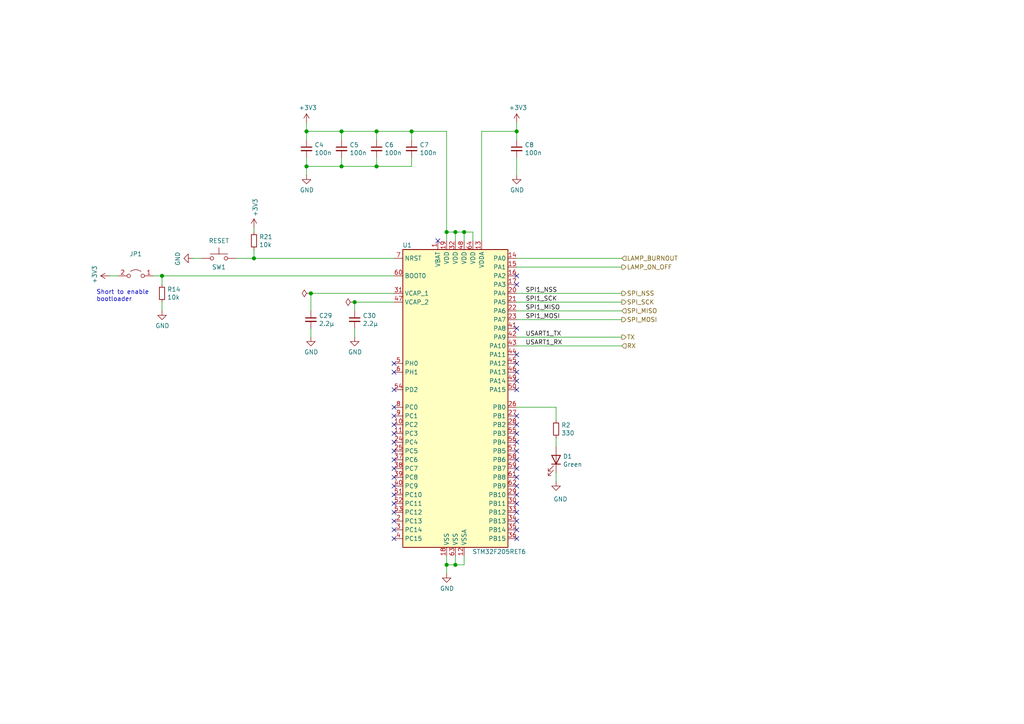
<source format=kicad_sch>
(kicad_sch (version 20201015) (generator eeschema)
  (page 1 3)
  (paper "A4")
  (title_block (title "hayashi-light-remote") (date "2020-12-10") (rev "1.0") (company "Ledger") (comment 1 "Licensed under LGPLv3"))
  (lib_symbols
    (symbol "Device:C_Small" (pin_numbers hide) (pin_names (offset 0.254) hide)
      (property "Reference" "C" (at 0.254 1.778 0))
      (property "Value" "C_Small" (at 0.254 -2.032 0))
      (symbol "C_Small_0_1"
        (polyline (pts (xy -1.524 -0.508) (xy 1.524 -0.508)) (stroke (width 0.3302)))
        (polyline (pts (xy -1.524 0.508) (xy 1.524 0.508)) (stroke (width 0.3048)))
      )
      (symbol "C_Small_1_1"
        (pin passive line (at 0 2.54 270) (length 2.032) (name "~") (number "1"))
        (pin passive line (at 0 -2.54 90) (length 2.032) (name "~") (number "2"))
      )
    )
    (symbol "Device:LED" (pin_numbers hide) (pin_names (offset 1.016) hide)
      (property "Reference" "D" (at 0 2.54 0))
      (property "Value" "LED" (at 0 -2.54 0))
      (symbol "LED_0_1"
        (polyline (pts (xy -1.27 -1.27) (xy -1.27 1.27)) (stroke (width 0.254)))
        (polyline (pts (xy -1.27 0) (xy 1.27 0)))
        (polyline (pts (xy 1.27 -1.27) (xy 1.27 1.27) (xy -1.27 0) (xy 1.27 -1.27)) (stroke (width 0.254)))
        (polyline (pts (xy -3.048 -0.762) (xy -4.572 -2.286) (xy -3.81 -2.286) (xy -4.572 -2.286) (xy -4.572 -1.524)))
        (polyline (pts (xy -1.778 -0.762) (xy -3.302 -2.286) (xy -2.54 -2.286) (xy -3.302 -2.286) (xy -3.302 -1.524)))
      )
      (symbol "LED_1_1"
        (pin passive line (at -3.81 0 0) (length 2.54) (name "K") (number "1"))
        (pin passive line (at 3.81 0 180) (length 2.54) (name "A") (number "2"))
      )
    )
    (symbol "Device:R_Small" (pin_numbers hide) (pin_names (offset 0.254) hide)
      (property "Reference" "R" (at 0.762 0.508 0))
      (property "Value" "R_Small" (at 0.762 -1.016 0))
      (symbol "R_Small_0_1"
        (rectangle (start -0.762 1.778) (end 0.762 -1.778) (stroke (width 0.2032)))
      )
      (symbol "R_Small_1_1"
        (pin passive line (at 0 2.54 270) (length 0.762) (name "~") (number "1"))
        (pin passive line (at 0 -2.54 90) (length 0.762) (name "~") (number "2"))
      )
    )
    (symbol "Jumper:Jumper_2_Open" (pin_names (offset 0) hide)
      (property "Reference" "JP" (at 0 2.794 0))
      (property "Value" "Jumper_2_Open" (at 0 -2.286 0))
      (symbol "Jumper_2_Open_0_1"
        (arc (start -1.524 1.27) (end 1.524 1.27) (radius (at 0 -0.762) (length 2.54) (angles 126.9 53.1)))
      )
      (symbol "Jumper_2_Open_0_0"
        (circle (center -2.032 0) (radius 0.508))
        (circle (center 2.032 0) (radius 0.508))
      )
      (symbol "Jumper_2_Open_1_1"
        (pin passive line (at -5.08 0 0) (length 2.54) (name "A") (number "1"))
        (pin passive line (at 5.08 0 180) (length 2.54) (name "B") (number "2"))
      )
    )
    (symbol "MCU_ST_STM32F2:STM32F205RETx"
      (property "Reference" "U" (at -15.24 44.45 0))
      (property "Value" "STM32F205RETx" (at 10.16 44.45 0))
      (symbol "STM32F205RETx_0_1"
        (rectangle (start -15.24 -43.18) (end 15.24 43.18) (stroke (width 0.254)) (fill (type background)))
      )
      (symbol "STM32F205RETx_1_1"
        (pin input line (at -17.78 35.56 0) (length 2.54) (name "BOOT0") (number "60"))
        (pin input line (at -17.78 40.64 0) (length 2.54) (name "NRST") (number "7"))
        (pin bidirectional line (at 17.78 40.64 180) (length 2.54) (name "PA0") (number "14"))
        (pin bidirectional line (at 17.78 38.1 180) (length 2.54) (name "PA1") (number "15"))
        (pin bidirectional line (at 17.78 15.24 180) (length 2.54) (name "PA10") (number "43"))
        (pin bidirectional line (at 17.78 12.7 180) (length 2.54) (name "PA11") (number "44"))
        (pin bidirectional line (at 17.78 10.16 180) (length 2.54) (name "PA12") (number "45"))
        (pin bidirectional line (at 17.78 7.62 180) (length 2.54) (name "PA13") (number "46"))
        (pin bidirectional line (at 17.78 5.08 180) (length 2.54) (name "PA14") (number "49"))
        (pin bidirectional line (at 17.78 2.54 180) (length 2.54) (name "PA15") (number "50"))
        (pin bidirectional line (at 17.78 35.56 180) (length 2.54) (name "PA2") (number "16"))
        (pin bidirectional line (at 17.78 33.02 180) (length 2.54) (name "PA3") (number "17"))
        (pin bidirectional line (at 17.78 30.48 180) (length 2.54) (name "PA4") (number "20"))
        (pin bidirectional line (at 17.78 27.94 180) (length 2.54) (name "PA5") (number "21"))
        (pin bidirectional line (at 17.78 25.4 180) (length 2.54) (name "PA6") (number "22"))
        (pin bidirectional line (at 17.78 22.86 180) (length 2.54) (name "PA7") (number "23"))
        (pin bidirectional line (at 17.78 20.32 180) (length 2.54) (name "PA8") (number "41"))
        (pin bidirectional line (at 17.78 17.78 180) (length 2.54) (name "PA9") (number "42"))
        (pin bidirectional line (at 17.78 -2.54 180) (length 2.54) (name "PB0") (number "26"))
        (pin bidirectional line (at 17.78 -5.08 180) (length 2.54) (name "PB1") (number "27"))
        (pin bidirectional line (at 17.78 -27.94 180) (length 2.54) (name "PB10") (number "29"))
        (pin bidirectional line (at 17.78 -30.48 180) (length 2.54) (name "PB11") (number "30"))
        (pin bidirectional line (at 17.78 -33.02 180) (length 2.54) (name "PB12") (number "33"))
        (pin bidirectional line (at 17.78 -35.56 180) (length 2.54) (name "PB13") (number "34"))
        (pin bidirectional line (at 17.78 -38.1 180) (length 2.54) (name "PB14") (number "35"))
        (pin bidirectional line (at 17.78 -40.64 180) (length 2.54) (name "PB15") (number "36"))
        (pin bidirectional line (at 17.78 -7.62 180) (length 2.54) (name "PB2") (number "28"))
        (pin bidirectional line (at 17.78 -10.16 180) (length 2.54) (name "PB3") (number "55"))
        (pin bidirectional line (at 17.78 -12.7 180) (length 2.54) (name "PB4") (number "56"))
        (pin bidirectional line (at 17.78 -15.24 180) (length 2.54) (name "PB5") (number "57"))
        (pin bidirectional line (at 17.78 -17.78 180) (length 2.54) (name "PB6") (number "58"))
        (pin bidirectional line (at 17.78 -20.32 180) (length 2.54) (name "PB7") (number "59"))
        (pin bidirectional line (at 17.78 -22.86 180) (length 2.54) (name "PB8") (number "61"))
        (pin bidirectional line (at 17.78 -25.4 180) (length 2.54) (name "PB9") (number "62"))
        (pin bidirectional line (at -17.78 -2.54 0) (length 2.54) (name "PC0") (number "8"))
        (pin bidirectional line (at -17.78 -5.08 0) (length 2.54) (name "PC1") (number "9"))
        (pin bidirectional line (at -17.78 -27.94 0) (length 2.54) (name "PC10") (number "51"))
        (pin bidirectional line (at -17.78 -30.48 0) (length 2.54) (name "PC11") (number "52"))
        (pin bidirectional line (at -17.78 -33.02 0) (length 2.54) (name "PC12") (number "53"))
        (pin bidirectional line (at -17.78 -35.56 0) (length 2.54) (name "PC13") (number "2"))
        (pin bidirectional line (at -17.78 -38.1 0) (length 2.54) (name "PC14") (number "3"))
        (pin bidirectional line (at -17.78 -40.64 0) (length 2.54) (name "PC15") (number "4"))
        (pin bidirectional line (at -17.78 -7.62 0) (length 2.54) (name "PC2") (number "10"))
        (pin bidirectional line (at -17.78 -10.16 0) (length 2.54) (name "PC3") (number "11"))
        (pin bidirectional line (at -17.78 -12.7 0) (length 2.54) (name "PC4") (number "24"))
        (pin bidirectional line (at -17.78 -15.24 0) (length 2.54) (name "PC5") (number "25"))
        (pin bidirectional line (at -17.78 -17.78 0) (length 2.54) (name "PC6") (number "37"))
        (pin bidirectional line (at -17.78 -20.32 0) (length 2.54) (name "PC7") (number "38"))
        (pin bidirectional line (at -17.78 -22.86 0) (length 2.54) (name "PC8") (number "39"))
        (pin bidirectional line (at -17.78 -25.4 0) (length 2.54) (name "PC9") (number "40"))
        (pin bidirectional line (at -17.78 2.54 0) (length 2.54) (name "PD2") (number "54"))
        (pin input line (at -17.78 10.16 0) (length 2.54) (name "PH0") (number "5"))
        (pin input line (at -17.78 7.62 0) (length 2.54) (name "PH1") (number "6"))
        (pin power_in line (at -5.08 45.72 270) (length 2.54) (name "VBAT") (number "1"))
        (pin power_in line (at -17.78 30.48 0) (length 2.54) (name "VCAP_1") (number "31"))
        (pin power_in line (at -17.78 27.94 0) (length 2.54) (name "VCAP_2") (number "47"))
        (pin power_in line (at -2.54 45.72 270) (length 2.54) (name "VDD") (number "19"))
        (pin power_in line (at 0 45.72 270) (length 2.54) (name "VDD") (number "32"))
        (pin power_in line (at 2.54 45.72 270) (length 2.54) (name "VDD") (number "48"))
        (pin power_in line (at 5.08 45.72 270) (length 2.54) (name "VDD") (number "64"))
        (pin power_in line (at 7.62 45.72 270) (length 2.54) (name "VDDA") (number "13"))
        (pin power_in line (at -2.54 -45.72 90) (length 2.54) (name "VSS") (number "18"))
        (pin power_in line (at 0 -45.72 90) (length 2.54) (name "VSS") (number "63"))
        (pin power_in line (at 2.54 -45.72 90) (length 2.54) (name "VSSA") (number "12"))
      )
    )
    (symbol "Switch:SW_Push" (pin_numbers hide) (pin_names (offset 1.016) hide)
      (property "Reference" "SW" (at 1.27 2.54 0))
      (property "Value" "SW_Push" (at 0 -1.524 0))
      (symbol "SW_Push_0_1"
        (circle (center -2.032 0) (radius 0.508))
        (circle (center 2.032 0) (radius 0.508))
        (polyline (pts (xy 0 1.27) (xy 0 3.048)))
        (polyline (pts (xy 2.54 1.27) (xy -2.54 1.27)))
        (pin passive line (at -5.08 0 0) (length 2.54) (name "1") (number "1"))
        (pin passive line (at 5.08 0 180) (length 2.54) (name "2") (number "2"))
      )
    )
    (symbol "power:+3V3" (power) (pin_names (offset 0))
      (property "Value" "+3V3" (at 0 3.556 0))
      (symbol "+3V3_0_1"
        (polyline (pts (xy -0.762 1.27) (xy 0 2.54)))
        (polyline (pts (xy 0 0) (xy 0 2.54)))
        (polyline (pts (xy 0 2.54) (xy 0.762 1.27)))
      )
      (symbol "+3V3_1_1"
        (pin power_in line (at 0 0 90) (length 0) hide (name "+3V3") (number "1"))
      )
    )
    (symbol "power:GND" (power) (pin_names (offset 0))
      (property "Value" "GND" (at 0 -3.81 0))
      (symbol "GND_0_1"
        (polyline (pts (xy 0 0) (xy 0 -1.27) (xy 1.27 -1.27) (xy 0 -2.54) (xy -1.27 -1.27) (xy 0 -1.27)))
      )
      (symbol "GND_1_1"
        (pin power_in line (at 0 0 270) (length 0) hide (name "GND") (number "1"))
      )
    )
    (symbol "power:PWR_FLAG" (power) (pin_numbers hide) (pin_names (offset 0) hide)
      (property "Value" "PWR_FLAG" (at 0 3.81 0))
      (symbol "PWR_FLAG_0_1"
        (polyline (pts (xy 0 0) (xy 0 1.27) (xy -1.016 1.905) (xy 0 2.54) (xy 1.016 1.905) (xy 0 1.27)))
      )
      (symbol "PWR_FLAG_0_0"
        (pin power_out line (at 0 0 90) (length 0) (name "pwr") (number "1"))
      )
    )
  )
  (junction (at 46.99 80.01) (diameter 1.016))
  (junction (at 73.66 74.93) (diameter 1.016))
  (junction (at 88.9 38.1) (diameter 1.016))
  (junction (at 88.9 48.26) (diameter 1.016))
  (junction (at 90.17 85.09) (diameter 1.016))
  (junction (at 99.06 38.1) (diameter 1.016))
  (junction (at 99.06 48.26) (diameter 1.016))
  (junction (at 102.87 87.63) (diameter 1.016))
  (junction (at 109.22 38.1) (diameter 1.016))
  (junction (at 109.22 48.26) (diameter 1.016))
  (junction (at 119.38 38.1) (diameter 1.016))
  (junction (at 129.54 67.31) (diameter 1.016))
  (junction (at 129.54 163.83) (diameter 1.016))
  (junction (at 132.08 67.31) (diameter 1.016))
  (junction (at 132.08 163.83) (diameter 1.016))
  (junction (at 134.62 67.31) (diameter 1.016))
  (junction (at 149.86 38.1) (diameter 1.016))
  (no_connect (at 114.3 146.05))
  (no_connect (at 149.86 125.73))
  (no_connect (at 149.86 113.03))
  (no_connect (at 149.86 102.87))
  (no_connect (at 149.86 140.97))
  (no_connect (at 114.3 107.95))
  (no_connect (at 149.86 105.41))
  (no_connect (at 114.3 138.43))
  (no_connect (at 149.86 156.21))
  (no_connect (at 149.86 95.25))
  (no_connect (at 149.86 151.13))
  (no_connect (at 114.3 130.81))
  (no_connect (at 114.3 105.41))
  (no_connect (at 149.86 153.67))
  (no_connect (at 114.3 151.13))
  (no_connect (at 149.86 82.55))
  (no_connect (at 114.3 133.35))
  (no_connect (at 114.3 148.59))
  (no_connect (at 149.86 123.19))
  (no_connect (at 114.3 128.27))
  (no_connect (at 149.86 138.43))
  (no_connect (at 114.3 120.65))
  (no_connect (at 114.3 153.67))
  (no_connect (at 149.86 143.51))
  (no_connect (at 114.3 123.19))
  (no_connect (at 114.3 118.11))
  (no_connect (at 149.86 128.27))
  (no_connect (at 114.3 135.89))
  (no_connect (at 149.86 130.81))
  (no_connect (at 114.3 156.21))
  (no_connect (at 149.86 110.49))
  (no_connect (at 149.86 135.89))
  (no_connect (at 149.86 148.59))
  (no_connect (at 114.3 113.03))
  (no_connect (at 114.3 125.73))
  (no_connect (at 149.86 133.35))
  (no_connect (at 114.3 143.51))
  (no_connect (at 127 69.85))
  (no_connect (at 114.3 140.97))
  (no_connect (at 149.86 107.95))
  (no_connect (at 149.86 80.01))
  (no_connect (at 149.86 120.65))
  (no_connect (at 149.86 146.05))
  (wire (pts (xy 31.75 80.01) (xy 34.29 80.01)))
  (wire (pts (xy 44.45 80.01) (xy 46.99 80.01)))
  (wire (pts (xy 46.99 80.01) (xy 46.99 82.55)))
  (wire (pts (xy 46.99 80.01) (xy 114.3 80.01)))
  (wire (pts (xy 46.99 87.63) (xy 46.99 90.17)))
  (wire (pts (xy 55.88 74.93) (xy 58.42 74.93)))
  (wire (pts (xy 68.58 74.93) (xy 73.66 74.93)))
  (wire (pts (xy 73.66 66.04) (xy 73.66 67.31)))
  (wire (pts (xy 73.66 72.39) (xy 73.66 74.93)))
  (wire (pts (xy 73.66 74.93) (xy 114.3 74.93)))
  (wire (pts (xy 88.9 35.56) (xy 88.9 38.1)))
  (wire (pts (xy 88.9 38.1) (xy 88.9 40.64)))
  (wire (pts (xy 88.9 38.1) (xy 99.06 38.1)))
  (wire (pts (xy 88.9 45.72) (xy 88.9 48.26)))
  (wire (pts (xy 88.9 48.26) (xy 88.9 50.8)))
  (wire (pts (xy 88.9 48.26) (xy 99.06 48.26)))
  (wire (pts (xy 90.17 85.09) (xy 90.17 90.17)))
  (wire (pts (xy 90.17 95.25) (xy 90.17 97.79)))
  (wire (pts (xy 99.06 38.1) (xy 99.06 40.64)))
  (wire (pts (xy 99.06 38.1) (xy 109.22 38.1)))
  (wire (pts (xy 99.06 45.72) (xy 99.06 48.26)))
  (wire (pts (xy 99.06 48.26) (xy 109.22 48.26)))
  (wire (pts (xy 102.87 87.63) (xy 102.87 90.17)))
  (wire (pts (xy 102.87 95.25) (xy 102.87 97.79)))
  (wire (pts (xy 109.22 38.1) (xy 109.22 40.64)))
  (wire (pts (xy 109.22 38.1) (xy 119.38 38.1)))
  (wire (pts (xy 109.22 45.72) (xy 109.22 48.26)))
  (wire (pts (xy 109.22 48.26) (xy 119.38 48.26)))
  (wire (pts (xy 114.3 85.09) (xy 90.17 85.09)))
  (wire (pts (xy 114.3 87.63) (xy 102.87 87.63)))
  (wire (pts (xy 119.38 38.1) (xy 119.38 40.64)))
  (wire (pts (xy 119.38 48.26) (xy 119.38 45.72)))
  (wire (pts (xy 129.54 38.1) (xy 119.38 38.1)))
  (wire (pts (xy 129.54 67.31) (xy 129.54 38.1)))
  (wire (pts (xy 129.54 67.31) (xy 129.54 69.85)))
  (wire (pts (xy 129.54 161.29) (xy 129.54 163.83)))
  (wire (pts (xy 129.54 163.83) (xy 129.54 166.37)))
  (wire (pts (xy 132.08 67.31) (xy 129.54 67.31)))
  (wire (pts (xy 132.08 67.31) (xy 132.08 69.85)))
  (wire (pts (xy 132.08 161.29) (xy 132.08 163.83)))
  (wire (pts (xy 132.08 163.83) (xy 129.54 163.83)))
  (wire (pts (xy 134.62 67.31) (xy 132.08 67.31)))
  (wire (pts (xy 134.62 67.31) (xy 134.62 69.85)))
  (wire (pts (xy 134.62 161.29) (xy 134.62 163.83)))
  (wire (pts (xy 134.62 163.83) (xy 132.08 163.83)))
  (wire (pts (xy 137.16 67.31) (xy 134.62 67.31)))
  (wire (pts (xy 137.16 67.31) (xy 137.16 69.85)))
  (wire (pts (xy 139.7 38.1) (xy 139.7 69.85)))
  (wire (pts (xy 149.86 35.56) (xy 149.86 38.1)))
  (wire (pts (xy 149.86 38.1) (xy 139.7 38.1)))
  (wire (pts (xy 149.86 38.1) (xy 149.86 40.64)))
  (wire (pts (xy 149.86 45.72) (xy 149.86 50.8)))
  (wire (pts (xy 149.86 74.93) (xy 180.34 74.93)))
  (wire (pts (xy 149.86 77.47) (xy 180.34 77.47)))
  (wire (pts (xy 149.86 85.09) (xy 180.34 85.09)))
  (wire (pts (xy 149.86 87.63) (xy 180.34 87.63)))
  (wire (pts (xy 149.86 90.17) (xy 180.34 90.17)))
  (wire (pts (xy 149.86 92.71) (xy 180.34 92.71)))
  (wire (pts (xy 149.86 97.79) (xy 180.34 97.79)))
  (wire (pts (xy 149.86 100.33) (xy 180.34 100.33)))
  (wire (pts (xy 149.86 118.11) (xy 161.29 118.11)))
  (wire (pts (xy 161.29 118.11) (xy 161.29 121.92)))
  (wire (pts (xy 161.29 127) (xy 161.29 129.54)))
  (wire (pts (xy 161.29 137.16) (xy 161.29 139.7)))
  (text "Short to enable\nbootloader" (at 27.94 87.63 0) (effects (font (size 1.27 1.27)) (justify left bottom)))
  (label "SPI1_NSS" (at 152.4 85.09 0))
  (label "SPI1_SCK" (at 152.4 87.63 0))
  (label "SPI1_MISO" (at 152.4 90.17 0))
  (label "SPI1_MOSI" (at 152.4 92.71 0))
  (label "USART1_TX" (at 152.4 97.79 0))
  (label "USART1_RX" (at 152.4 100.33 0))
  (hierarchical_label "LAMP_BURNOUT" (shape input) (at 180.34 74.93 0))
  (hierarchical_label "LAMP_ON_OFF" (shape output) (at 180.34 77.47 0))
  (hierarchical_label "SPI_NSS" (shape output) (at 180.34 85.09 0))
  (hierarchical_label "SPI_SCK" (shape output) (at 180.34 87.63 0))
  (hierarchical_label "SPI_MISO" (shape input) (at 180.34 90.17 0))
  (hierarchical_label "SPI_MOSI" (shape output) (at 180.34 92.71 0))
  (hierarchical_label "TX" (shape output) (at 180.34 97.79 0))
  (hierarchical_label "RX" (shape input) (at 180.34 100.33 0))
  (symbol (lib_id "power:PWR_FLAG") (at 90.17 85.09 90) (unit 1)
    (property "Reference" "#FLG0102" (effects hide))
    (property "Value" "PWR_FLAG" (effects hide))
  )
  (symbol (lib_id "power:PWR_FLAG") (at 102.87 87.63 90) (unit 1)
    (property "Reference" "#FLG0103" (effects hide))
    (property "Value" "PWR_FLAG" (effects hide))
  )
  (symbol (lib_id "power:+3V3") (at 31.75 80.01 90) (unit 1)
    (property "Reference" "#PWR0139" (effects hide))
    (property "Value" "+3V3" (at 27.4256 79.6417 0))
  )
  (symbol (lib_id "power:+3V3") (at 73.66 66.04 0) (unit 1)
    (property "Reference" "#PWR0140" (effects hide))
    (property "Value" "+3V3" (at 74.0283 62.8649 90) (effects (justify left)))
  )
  (symbol (lib_id "power:+3V3") (at 88.9 35.56 0) (unit 1)
    (property "Reference" "#PWR0102" (effects hide))
    (property "Value" "+3V3" (at 89.2683 31.2356 0))
  )
  (symbol (lib_id "power:+3V3") (at 149.86 35.56 0) (unit 1)
    (property "Reference" "#PWR0105" (effects hide))
    (property "Value" "+3V3" (at 150.2283 31.2356 0))
  )
  (symbol (lib_id "power:GND") (at 46.99 90.17 0) (unit 1)
    (property "Reference" "#PWR0142" (effects hide))
    (property "Value" "GND" (at 47.1043 94.4944 0))
  )
  (symbol (lib_id "power:GND") (at 55.88 74.93 270) (unit 1)
    (property "Reference" "#PWR0141" (effects hide))
    (property "Value" "GND" (at 51.5556 75.0443 0))
  )
  (symbol (lib_id "power:GND") (at 88.9 50.8 0) (unit 1)
    (property "Reference" "#PWR0101" (effects hide))
    (property "Value" "GND" (at 89.0143 55.1244 0))
  )
  (symbol (lib_id "power:GND") (at 90.17 97.79 0) (unit 1)
    (property "Reference" "#PWR0143" (effects hide))
    (property "Value" "GND" (at 90.2843 102.1144 0))
  )
  (symbol (lib_id "power:GND") (at 102.87 97.79 0) (unit 1)
    (property "Reference" "#PWR0144" (effects hide))
    (property "Value" "GND" (at 102.9843 102.1144 0))
  )
  (symbol (lib_id "power:GND") (at 129.54 166.37 0) (unit 1)
    (property "Reference" "#PWR0145" (effects hide))
    (property "Value" "GND" (at 129.6543 170.6944 0))
  )
  (symbol (lib_id "power:GND") (at 149.86 50.8 0) (unit 1)
    (property "Reference" "#PWR0104" (effects hide))
    (property "Value" "GND" (at 149.9743 55.1244 0))
  )
  (symbol (lib_id "power:GND") (at 161.29 139.7 0) (unit 1)
    (property "Reference" "#PWR0106" (effects hide))
    (property "Value" "GND" (at 162.56 144.78 0))
  )
  (symbol (lib_id "Device:R_Small") (at 46.99 85.09 0) (unit 1)
    (property "Reference" "R14" (at 48.4887 83.9406 0) (effects (justify left)))
    (property "Value" "10k" (at 48.4887 86.2393 0) (effects (justify left)))
    (property "Footprint" "Resistor_SMD:R_0603_1608Metric" (effects hide))
    (property "Manufacturer" "TE Connectivity" (effects hide))
    (property "ManufacturerRef" "CRGH0603J10K" (effects hide))
    (property "Price" "0.0446" (effects hide))
    (property "Vendor" "Farnell" (effects hide))
    (property "VendorRef" "2331740" (effects hide))
  )
  (symbol (lib_id "Device:R_Small") (at 73.66 69.85 0) (unit 1)
    (property "Reference" "R21" (at 75.1587 68.7006 0) (effects (justify left)))
    (property "Value" "10k" (at 75.1587 70.9993 0) (effects (justify left)))
    (property "Footprint" "Resistor_SMD:R_0603_1608Metric" (effects hide))
    (property "Manufacturer" "TE Connectivity" (effects hide))
    (property "ManufacturerRef" "CRGH0603J10K" (effects hide))
    (property "Price" "0.0446" (effects hide))
    (property "Vendor" "Farnell" (effects hide))
    (property "VendorRef" "2331740" (effects hide))
  )
  (symbol (lib_id "Device:R_Small") (at 161.29 124.46 0) (unit 1)
    (property "Reference" "R2" (at 162.7887 123.3106 0) (effects (justify left)))
    (property "Value" "330" (at 162.7887 125.6093 0) (effects (justify left)))
    (property "Footprint" "Resistor_SMD:R_0603_1608Metric" (effects hide))
    (property "Manufacturer" "Vishay" (effects hide))
    (property "ManufacturerRef" "CRCW0603330RFKEA" (effects hide))
    (property "Price" "0.0407" (effects hide))
    (property "Vendor" "Farnell" (effects hide))
    (property "VendorRef" "1469803" (effects hide))
  )
  (symbol (lib_id "Device:C_Small") (at 88.9 43.18 0) (unit 1)
    (property "Reference" "C4" (at 91.2242 42.0306 0) (effects (justify left)))
    (property "Value" "100n" (at 91.2242 44.3293 0) (effects (justify left)))
    (property "Footprint" "Capacitor_SMD:C_0603_1608Metric" (effects hide))
    (property "Manufacturer" "Multicomp" (effects hide))
    (property "ManufacturerRef" "MC0603B104K250CT" (effects hide))
    (property "Price" "0.0273" (effects hide))
    (property "Vendor" "Farnell" (effects hide))
    (property "VendorRef" "1759037" (effects hide))
  )
  (symbol (lib_id "Device:C_Small") (at 90.17 92.71 0) (unit 1)
    (property "Reference" "C29" (at 92.4942 91.5606 0) (effects (justify left)))
    (property "Value" "2.2µ" (at 92.4942 93.8593 0) (effects (justify left)))
    (property "Footprint" "Capacitor_SMD:C_0603_1608Metric" (effects hide))
    (property "Manufacturer" "Murata" (effects hide))
    (property "ManufacturerRef" "GRM188R61E225KA12D" (effects hide))
    (property "Price" "0.104" (effects hide))
    (property "Vendor" "Farnell" (effects hide))
    (property "VendorRef" "1845734" (effects hide))
  )
  (symbol (lib_id "Device:C_Small") (at 99.06 43.18 0) (unit 1)
    (property "Reference" "C5" (at 101.3842 42.0306 0) (effects (justify left)))
    (property "Value" "100n" (at 101.3842 44.3293 0) (effects (justify left)))
    (property "Footprint" "Capacitor_SMD:C_0603_1608Metric" (effects hide))
    (property "Manufacturer" "Multicomp" (effects hide))
    (property "ManufacturerRef" "MC0603B104K250CT" (effects hide))
    (property "Price" "0.0273" (effects hide))
    (property "Vendor" "Farnell" (effects hide))
    (property "VendorRef" "1759037" (effects hide))
  )
  (symbol (lib_id "Device:C_Small") (at 102.87 92.71 0) (unit 1)
    (property "Reference" "C30" (at 105.1942 91.5606 0) (effects (justify left)))
    (property "Value" "2.2µ" (at 105.1942 93.8593 0) (effects (justify left)))
    (property "Footprint" "Capacitor_SMD:C_0603_1608Metric" (effects hide))
    (property "Manufacturer" "Murata" (effects hide))
    (property "ManufacturerRef" "GRM188R61E225KA12D" (effects hide))
    (property "Price" "0.104" (effects hide))
    (property "Vendor" "Farnell" (effects hide))
    (property "VendorRef" "1845734" (effects hide))
  )
  (symbol (lib_id "Device:C_Small") (at 109.22 43.18 0) (unit 1)
    (property "Reference" "C6" (at 111.5442 42.0306 0) (effects (justify left)))
    (property "Value" "100n" (at 111.5442 44.3293 0) (effects (justify left)))
    (property "Footprint" "Capacitor_SMD:C_0603_1608Metric" (effects hide))
    (property "Manufacturer" "Multicomp" (effects hide))
    (property "ManufacturerRef" "MC0603B104K250CT" (effects hide))
    (property "Price" "0.0273" (effects hide))
    (property "Vendor" "Farnell" (effects hide))
    (property "VendorRef" "1759037" (effects hide))
  )
  (symbol (lib_id "Device:C_Small") (at 119.38 43.18 0) (unit 1)
    (property "Reference" "C7" (at 121.7042 42.0306 0) (effects (justify left)))
    (property "Value" "100n" (at 121.7042 44.3293 0) (effects (justify left)))
    (property "Footprint" "Capacitor_SMD:C_0603_1608Metric" (effects hide))
    (property "Manufacturer" "Multicomp" (effects hide))
    (property "ManufacturerRef" "MC0603B104K250CT" (effects hide))
    (property "Price" "0.0273" (effects hide))
    (property "Vendor" "Farnell" (effects hide))
    (property "VendorRef" "1759037" (effects hide))
  )
  (symbol (lib_id "Device:C_Small") (at 149.86 43.18 0) (unit 1)
    (property "Reference" "C8" (at 152.1842 42.0306 0) (effects (justify left)))
    (property "Value" "100n" (at 152.1842 44.3293 0) (effects (justify left)))
    (property "Footprint" "Capacitor_SMD:C_0603_1608Metric" (effects hide))
    (property "Manufacturer" "Multicomp" (effects hide))
    (property "ManufacturerRef" "MC0603B104K250CT" (effects hide))
    (property "Price" "0.0273" (effects hide))
    (property "Vendor" "Farnell" (effects hide))
    (property "VendorRef" "1759037" (effects hide))
  )
  (symbol (lib_id "Device:LED") (at 161.29 133.35 270) (mirror x) (unit 1)
    (property "Reference" "D1" (at 163.2712 132.3848 90) (effects (justify left)))
    (property "Value" "Green" (at 163.2712 134.6962 90) (effects (justify left)))
    (property "Footprint" "Diode_SMD:D_0603_1608Metric" (effects hide))
    (property "Manufacturer" "Kingbright" (effects hide))
    (property "ManufacturerRef" "KPT-1608CGCK" (effects hide))
    (property "Price" "0.138" (effects hide))
    (property "Vendor" "Farnell" (effects hide))
    (property "VendorRef" "2099220" (effects hide))
  )
  (symbol (lib_id "Jumper:Jumper_2_Open") (at 39.37 80.01 0) (mirror y) (unit 1)
    (property "Reference" "JP1" (at 39.37 73.66 0))
    (property "Value" "Jumper_2_Open" (effects hide))
    (property "Footprint" "Connector_PinHeader_2.54mm:PinHeader_1x02_P2.54mm_Horizontal" (effects hide))
  )
  (symbol (lib_id "Switch:SW_Push") (at 63.5 74.93 0) (unit 1)
    (property "Reference" "SW1" (at 63.5 77.47 0))
    (property "Value" "RESET" (at 63.5 69.85 0))
    (property "Footprint" "Button_Switch_SMD:SW_SPST_B3U-1000P" (effects hide))
    (property "Vendor" "Farnell" (effects hide))
    (property "VendorRef" "1333654" (effects hide))
    (property "Manufacturer" "Omron" (effects hide))
    (property "ManufacturerRef" "B3U-1000P-B" (effects hide))
    (property "Price" "0.845" (effects hide))
  )
  (symbol (lib_id "MCU_ST_STM32F2:STM32F205RETx") (at 132.08 115.57 0) (unit 1)
    (property "Reference" "U1" (at 118.11 71.12 0))
    (property "Value" "STM32F205RET6" (at 144.78 160.02 0))
    (property "Footprint" "Package_QFP:LQFP-64_10x10mm_P0.5mm" (effects hide))
    (property "Datasheet" "http://www.st.com/st-web-ui/static/active/en/resource/technical/document/datasheet/CD00237391.pdf" (effects hide))
    (property "Manufacturer" "STMicroelectronics" (effects hide))
    (property "ManufacturerRef" "STM32F205RET6" (effects hide))
    (property "Price" "8.01" (effects hide))
    (property "Vendor" "Farnell" (effects hide))
    (property "VendorRef" "2060897" (effects hide))
  )
)
</source>
